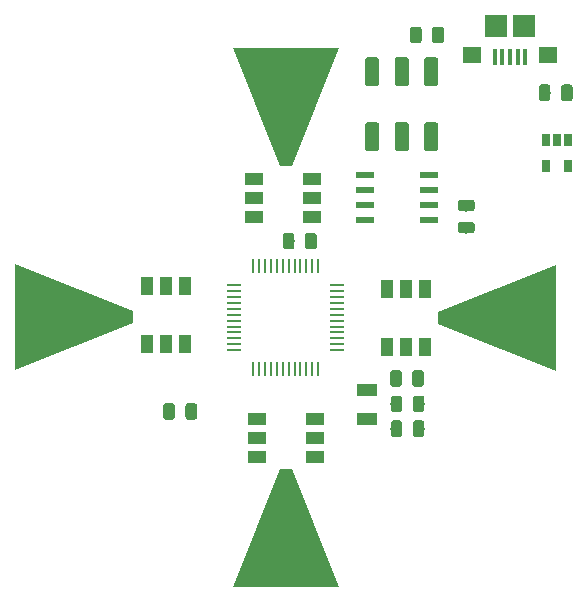
<source format=gbr>
G04 #@! TF.GenerationSoftware,KiCad,Pcbnew,(5.0.1-3-g963ef8bb5)*
G04 #@! TF.CreationDate,2019-03-08T12:42:58-05:00*
G04 #@! TF.ProjectId,badge,62616467652E6B696361645F70636200,rev?*
G04 #@! TF.SameCoordinates,Original*
G04 #@! TF.FileFunction,Paste,Top*
G04 #@! TF.FilePolarity,Positive*
%FSLAX46Y46*%
G04 Gerber Fmt 4.6, Leading zero omitted, Abs format (unit mm)*
G04 Created by KiCad (PCBNEW (5.0.1-3-g963ef8bb5)) date Friday, March 08, 2019 at 12:42:58 PM*
%MOMM*%
%LPD*%
G01*
G04 APERTURE LIST*
%ADD10C,0.100000*%
%ADD11C,0.975000*%
%ADD12R,0.400000X1.350000*%
%ADD13R,1.600000X1.400000*%
%ADD14R,1.900000X1.900000*%
%ADD15R,0.650000X1.060000*%
%ADD16R,1.500000X1.000000*%
%ADD17R,1.000000X1.500000*%
%ADD18C,1.200000*%
%ADD19R,1.300000X0.250000*%
%ADD20R,0.250000X1.300000*%
%ADD21R,1.550000X0.600000*%
%ADD22C,4.642382*%
%ADD23R,1.800000X1.000000*%
G04 APERTURE END LIST*
D10*
G04 #@! TO.C,C7*
G36*
X170710942Y-85871374D02*
X170734603Y-85874884D01*
X170757807Y-85880696D01*
X170780329Y-85888754D01*
X170801953Y-85898982D01*
X170822470Y-85911279D01*
X170841683Y-85925529D01*
X170859407Y-85941593D01*
X170875471Y-85959317D01*
X170889721Y-85978530D01*
X170902018Y-85999047D01*
X170912246Y-86020671D01*
X170920304Y-86043193D01*
X170926116Y-86066397D01*
X170929626Y-86090058D01*
X170930800Y-86113950D01*
X170930800Y-86601450D01*
X170929626Y-86625342D01*
X170926116Y-86649003D01*
X170920304Y-86672207D01*
X170912246Y-86694729D01*
X170902018Y-86716353D01*
X170889721Y-86736870D01*
X170875471Y-86756083D01*
X170859407Y-86773807D01*
X170841683Y-86789871D01*
X170822470Y-86804121D01*
X170801953Y-86816418D01*
X170780329Y-86826646D01*
X170757807Y-86834704D01*
X170734603Y-86840516D01*
X170710942Y-86844026D01*
X170687050Y-86845200D01*
X169774550Y-86845200D01*
X169750658Y-86844026D01*
X169726997Y-86840516D01*
X169703793Y-86834704D01*
X169681271Y-86826646D01*
X169659647Y-86816418D01*
X169639130Y-86804121D01*
X169619917Y-86789871D01*
X169602193Y-86773807D01*
X169586129Y-86756083D01*
X169571879Y-86736870D01*
X169559582Y-86716353D01*
X169549354Y-86694729D01*
X169541296Y-86672207D01*
X169535484Y-86649003D01*
X169531974Y-86625342D01*
X169530800Y-86601450D01*
X169530800Y-86113950D01*
X169531974Y-86090058D01*
X169535484Y-86066397D01*
X169541296Y-86043193D01*
X169549354Y-86020671D01*
X169559582Y-85999047D01*
X169571879Y-85978530D01*
X169586129Y-85959317D01*
X169602193Y-85941593D01*
X169619917Y-85925529D01*
X169639130Y-85911279D01*
X169659647Y-85898982D01*
X169681271Y-85888754D01*
X169703793Y-85880696D01*
X169726997Y-85874884D01*
X169750658Y-85871374D01*
X169774550Y-85870200D01*
X170687050Y-85870200D01*
X170710942Y-85871374D01*
X170710942Y-85871374D01*
G37*
D11*
X170230800Y-86357700D03*
D10*
G36*
X170710942Y-83996374D02*
X170734603Y-83999884D01*
X170757807Y-84005696D01*
X170780329Y-84013754D01*
X170801953Y-84023982D01*
X170822470Y-84036279D01*
X170841683Y-84050529D01*
X170859407Y-84066593D01*
X170875471Y-84084317D01*
X170889721Y-84103530D01*
X170902018Y-84124047D01*
X170912246Y-84145671D01*
X170920304Y-84168193D01*
X170926116Y-84191397D01*
X170929626Y-84215058D01*
X170930800Y-84238950D01*
X170930800Y-84726450D01*
X170929626Y-84750342D01*
X170926116Y-84774003D01*
X170920304Y-84797207D01*
X170912246Y-84819729D01*
X170902018Y-84841353D01*
X170889721Y-84861870D01*
X170875471Y-84881083D01*
X170859407Y-84898807D01*
X170841683Y-84914871D01*
X170822470Y-84929121D01*
X170801953Y-84941418D01*
X170780329Y-84951646D01*
X170757807Y-84959704D01*
X170734603Y-84965516D01*
X170710942Y-84969026D01*
X170687050Y-84970200D01*
X169774550Y-84970200D01*
X169750658Y-84969026D01*
X169726997Y-84965516D01*
X169703793Y-84959704D01*
X169681271Y-84951646D01*
X169659647Y-84941418D01*
X169639130Y-84929121D01*
X169619917Y-84914871D01*
X169602193Y-84898807D01*
X169586129Y-84881083D01*
X169571879Y-84861870D01*
X169559582Y-84841353D01*
X169549354Y-84819729D01*
X169541296Y-84797207D01*
X169535484Y-84774003D01*
X169531974Y-84750342D01*
X169530800Y-84726450D01*
X169530800Y-84238950D01*
X169531974Y-84215058D01*
X169535484Y-84191397D01*
X169541296Y-84168193D01*
X169549354Y-84145671D01*
X169559582Y-84124047D01*
X169571879Y-84103530D01*
X169586129Y-84084317D01*
X169602193Y-84066593D01*
X169619917Y-84050529D01*
X169639130Y-84036279D01*
X169659647Y-84023982D01*
X169681271Y-84013754D01*
X169703793Y-84005696D01*
X169726997Y-83999884D01*
X169750658Y-83996374D01*
X169774550Y-83995200D01*
X170687050Y-83995200D01*
X170710942Y-83996374D01*
X170710942Y-83996374D01*
G37*
D11*
X170230800Y-84482700D03*
G04 #@! TD*
D10*
G04 #@! TO.C,C6*
G36*
X166223142Y-69341674D02*
X166246803Y-69345184D01*
X166270007Y-69350996D01*
X166292529Y-69359054D01*
X166314153Y-69369282D01*
X166334670Y-69381579D01*
X166353883Y-69395829D01*
X166371607Y-69411893D01*
X166387671Y-69429617D01*
X166401921Y-69448830D01*
X166414218Y-69469347D01*
X166424446Y-69490971D01*
X166432504Y-69513493D01*
X166438316Y-69536697D01*
X166441826Y-69560358D01*
X166443000Y-69584250D01*
X166443000Y-70496750D01*
X166441826Y-70520642D01*
X166438316Y-70544303D01*
X166432504Y-70567507D01*
X166424446Y-70590029D01*
X166414218Y-70611653D01*
X166401921Y-70632170D01*
X166387671Y-70651383D01*
X166371607Y-70669107D01*
X166353883Y-70685171D01*
X166334670Y-70699421D01*
X166314153Y-70711718D01*
X166292529Y-70721946D01*
X166270007Y-70730004D01*
X166246803Y-70735816D01*
X166223142Y-70739326D01*
X166199250Y-70740500D01*
X165711750Y-70740500D01*
X165687858Y-70739326D01*
X165664197Y-70735816D01*
X165640993Y-70730004D01*
X165618471Y-70721946D01*
X165596847Y-70711718D01*
X165576330Y-70699421D01*
X165557117Y-70685171D01*
X165539393Y-70669107D01*
X165523329Y-70651383D01*
X165509079Y-70632170D01*
X165496782Y-70611653D01*
X165486554Y-70590029D01*
X165478496Y-70567507D01*
X165472684Y-70544303D01*
X165469174Y-70520642D01*
X165468000Y-70496750D01*
X165468000Y-69584250D01*
X165469174Y-69560358D01*
X165472684Y-69536697D01*
X165478496Y-69513493D01*
X165486554Y-69490971D01*
X165496782Y-69469347D01*
X165509079Y-69448830D01*
X165523329Y-69429617D01*
X165539393Y-69411893D01*
X165557117Y-69395829D01*
X165576330Y-69381579D01*
X165596847Y-69369282D01*
X165618471Y-69359054D01*
X165640993Y-69350996D01*
X165664197Y-69345184D01*
X165687858Y-69341674D01*
X165711750Y-69340500D01*
X166199250Y-69340500D01*
X166223142Y-69341674D01*
X166223142Y-69341674D01*
G37*
D11*
X165955500Y-70040500D03*
D10*
G36*
X168098142Y-69341674D02*
X168121803Y-69345184D01*
X168145007Y-69350996D01*
X168167529Y-69359054D01*
X168189153Y-69369282D01*
X168209670Y-69381579D01*
X168228883Y-69395829D01*
X168246607Y-69411893D01*
X168262671Y-69429617D01*
X168276921Y-69448830D01*
X168289218Y-69469347D01*
X168299446Y-69490971D01*
X168307504Y-69513493D01*
X168313316Y-69536697D01*
X168316826Y-69560358D01*
X168318000Y-69584250D01*
X168318000Y-70496750D01*
X168316826Y-70520642D01*
X168313316Y-70544303D01*
X168307504Y-70567507D01*
X168299446Y-70590029D01*
X168289218Y-70611653D01*
X168276921Y-70632170D01*
X168262671Y-70651383D01*
X168246607Y-70669107D01*
X168228883Y-70685171D01*
X168209670Y-70699421D01*
X168189153Y-70711718D01*
X168167529Y-70721946D01*
X168145007Y-70730004D01*
X168121803Y-70735816D01*
X168098142Y-70739326D01*
X168074250Y-70740500D01*
X167586750Y-70740500D01*
X167562858Y-70739326D01*
X167539197Y-70735816D01*
X167515993Y-70730004D01*
X167493471Y-70721946D01*
X167471847Y-70711718D01*
X167451330Y-70699421D01*
X167432117Y-70685171D01*
X167414393Y-70669107D01*
X167398329Y-70651383D01*
X167384079Y-70632170D01*
X167371782Y-70611653D01*
X167361554Y-70590029D01*
X167353496Y-70567507D01*
X167347684Y-70544303D01*
X167344174Y-70520642D01*
X167343000Y-70496750D01*
X167343000Y-69584250D01*
X167344174Y-69560358D01*
X167347684Y-69536697D01*
X167353496Y-69513493D01*
X167361554Y-69490971D01*
X167371782Y-69469347D01*
X167384079Y-69448830D01*
X167398329Y-69429617D01*
X167414393Y-69411893D01*
X167432117Y-69395829D01*
X167451330Y-69381579D01*
X167471847Y-69369282D01*
X167493471Y-69359054D01*
X167515993Y-69350996D01*
X167539197Y-69345184D01*
X167562858Y-69341674D01*
X167586750Y-69340500D01*
X168074250Y-69340500D01*
X168098142Y-69341674D01*
X168098142Y-69341674D01*
G37*
D11*
X167830500Y-70040500D03*
G04 #@! TD*
D10*
G04 #@! TO.C,C5*
G36*
X166404442Y-98411974D02*
X166428103Y-98415484D01*
X166451307Y-98421296D01*
X166473829Y-98429354D01*
X166495453Y-98439582D01*
X166515970Y-98451879D01*
X166535183Y-98466129D01*
X166552907Y-98482193D01*
X166568971Y-98499917D01*
X166583221Y-98519130D01*
X166595518Y-98539647D01*
X166605746Y-98561271D01*
X166613804Y-98583793D01*
X166619616Y-98606997D01*
X166623126Y-98630658D01*
X166624300Y-98654550D01*
X166624300Y-99567050D01*
X166623126Y-99590942D01*
X166619616Y-99614603D01*
X166613804Y-99637807D01*
X166605746Y-99660329D01*
X166595518Y-99681953D01*
X166583221Y-99702470D01*
X166568971Y-99721683D01*
X166552907Y-99739407D01*
X166535183Y-99755471D01*
X166515970Y-99769721D01*
X166495453Y-99782018D01*
X166473829Y-99792246D01*
X166451307Y-99800304D01*
X166428103Y-99806116D01*
X166404442Y-99809626D01*
X166380550Y-99810800D01*
X165893050Y-99810800D01*
X165869158Y-99809626D01*
X165845497Y-99806116D01*
X165822293Y-99800304D01*
X165799771Y-99792246D01*
X165778147Y-99782018D01*
X165757630Y-99769721D01*
X165738417Y-99755471D01*
X165720693Y-99739407D01*
X165704629Y-99721683D01*
X165690379Y-99702470D01*
X165678082Y-99681953D01*
X165667854Y-99660329D01*
X165659796Y-99637807D01*
X165653984Y-99614603D01*
X165650474Y-99590942D01*
X165649300Y-99567050D01*
X165649300Y-98654550D01*
X165650474Y-98630658D01*
X165653984Y-98606997D01*
X165659796Y-98583793D01*
X165667854Y-98561271D01*
X165678082Y-98539647D01*
X165690379Y-98519130D01*
X165704629Y-98499917D01*
X165720693Y-98482193D01*
X165738417Y-98466129D01*
X165757630Y-98451879D01*
X165778147Y-98439582D01*
X165799771Y-98429354D01*
X165822293Y-98421296D01*
X165845497Y-98415484D01*
X165869158Y-98411974D01*
X165893050Y-98410800D01*
X166380550Y-98410800D01*
X166404442Y-98411974D01*
X166404442Y-98411974D01*
G37*
D11*
X166136800Y-99110800D03*
D10*
G36*
X164529442Y-98411974D02*
X164553103Y-98415484D01*
X164576307Y-98421296D01*
X164598829Y-98429354D01*
X164620453Y-98439582D01*
X164640970Y-98451879D01*
X164660183Y-98466129D01*
X164677907Y-98482193D01*
X164693971Y-98499917D01*
X164708221Y-98519130D01*
X164720518Y-98539647D01*
X164730746Y-98561271D01*
X164738804Y-98583793D01*
X164744616Y-98606997D01*
X164748126Y-98630658D01*
X164749300Y-98654550D01*
X164749300Y-99567050D01*
X164748126Y-99590942D01*
X164744616Y-99614603D01*
X164738804Y-99637807D01*
X164730746Y-99660329D01*
X164720518Y-99681953D01*
X164708221Y-99702470D01*
X164693971Y-99721683D01*
X164677907Y-99739407D01*
X164660183Y-99755471D01*
X164640970Y-99769721D01*
X164620453Y-99782018D01*
X164598829Y-99792246D01*
X164576307Y-99800304D01*
X164553103Y-99806116D01*
X164529442Y-99809626D01*
X164505550Y-99810800D01*
X164018050Y-99810800D01*
X163994158Y-99809626D01*
X163970497Y-99806116D01*
X163947293Y-99800304D01*
X163924771Y-99792246D01*
X163903147Y-99782018D01*
X163882630Y-99769721D01*
X163863417Y-99755471D01*
X163845693Y-99739407D01*
X163829629Y-99721683D01*
X163815379Y-99702470D01*
X163803082Y-99681953D01*
X163792854Y-99660329D01*
X163784796Y-99637807D01*
X163778984Y-99614603D01*
X163775474Y-99590942D01*
X163774300Y-99567050D01*
X163774300Y-98654550D01*
X163775474Y-98630658D01*
X163778984Y-98606997D01*
X163784796Y-98583793D01*
X163792854Y-98561271D01*
X163803082Y-98539647D01*
X163815379Y-98519130D01*
X163829629Y-98499917D01*
X163845693Y-98482193D01*
X163863417Y-98466129D01*
X163882630Y-98451879D01*
X163903147Y-98439582D01*
X163924771Y-98429354D01*
X163947293Y-98421296D01*
X163970497Y-98415484D01*
X163994158Y-98411974D01*
X164018050Y-98410800D01*
X164505550Y-98410800D01*
X164529442Y-98411974D01*
X164529442Y-98411974D01*
G37*
D11*
X164261800Y-99110800D03*
G04 #@! TD*
D10*
G04 #@! TO.C,C4*
G36*
X145331642Y-101218674D02*
X145355303Y-101222184D01*
X145378507Y-101227996D01*
X145401029Y-101236054D01*
X145422653Y-101246282D01*
X145443170Y-101258579D01*
X145462383Y-101272829D01*
X145480107Y-101288893D01*
X145496171Y-101306617D01*
X145510421Y-101325830D01*
X145522718Y-101346347D01*
X145532946Y-101367971D01*
X145541004Y-101390493D01*
X145546816Y-101413697D01*
X145550326Y-101437358D01*
X145551500Y-101461250D01*
X145551500Y-102373750D01*
X145550326Y-102397642D01*
X145546816Y-102421303D01*
X145541004Y-102444507D01*
X145532946Y-102467029D01*
X145522718Y-102488653D01*
X145510421Y-102509170D01*
X145496171Y-102528383D01*
X145480107Y-102546107D01*
X145462383Y-102562171D01*
X145443170Y-102576421D01*
X145422653Y-102588718D01*
X145401029Y-102598946D01*
X145378507Y-102607004D01*
X145355303Y-102612816D01*
X145331642Y-102616326D01*
X145307750Y-102617500D01*
X144820250Y-102617500D01*
X144796358Y-102616326D01*
X144772697Y-102612816D01*
X144749493Y-102607004D01*
X144726971Y-102598946D01*
X144705347Y-102588718D01*
X144684830Y-102576421D01*
X144665617Y-102562171D01*
X144647893Y-102546107D01*
X144631829Y-102528383D01*
X144617579Y-102509170D01*
X144605282Y-102488653D01*
X144595054Y-102467029D01*
X144586996Y-102444507D01*
X144581184Y-102421303D01*
X144577674Y-102397642D01*
X144576500Y-102373750D01*
X144576500Y-101461250D01*
X144577674Y-101437358D01*
X144581184Y-101413697D01*
X144586996Y-101390493D01*
X144595054Y-101367971D01*
X144605282Y-101346347D01*
X144617579Y-101325830D01*
X144631829Y-101306617D01*
X144647893Y-101288893D01*
X144665617Y-101272829D01*
X144684830Y-101258579D01*
X144705347Y-101246282D01*
X144726971Y-101236054D01*
X144749493Y-101227996D01*
X144772697Y-101222184D01*
X144796358Y-101218674D01*
X144820250Y-101217500D01*
X145307750Y-101217500D01*
X145331642Y-101218674D01*
X145331642Y-101218674D01*
G37*
D11*
X145064000Y-101917500D03*
D10*
G36*
X147206642Y-101218674D02*
X147230303Y-101222184D01*
X147253507Y-101227996D01*
X147276029Y-101236054D01*
X147297653Y-101246282D01*
X147318170Y-101258579D01*
X147337383Y-101272829D01*
X147355107Y-101288893D01*
X147371171Y-101306617D01*
X147385421Y-101325830D01*
X147397718Y-101346347D01*
X147407946Y-101367971D01*
X147416004Y-101390493D01*
X147421816Y-101413697D01*
X147425326Y-101437358D01*
X147426500Y-101461250D01*
X147426500Y-102373750D01*
X147425326Y-102397642D01*
X147421816Y-102421303D01*
X147416004Y-102444507D01*
X147407946Y-102467029D01*
X147397718Y-102488653D01*
X147385421Y-102509170D01*
X147371171Y-102528383D01*
X147355107Y-102546107D01*
X147337383Y-102562171D01*
X147318170Y-102576421D01*
X147297653Y-102588718D01*
X147276029Y-102598946D01*
X147253507Y-102607004D01*
X147230303Y-102612816D01*
X147206642Y-102616326D01*
X147182750Y-102617500D01*
X146695250Y-102617500D01*
X146671358Y-102616326D01*
X146647697Y-102612816D01*
X146624493Y-102607004D01*
X146601971Y-102598946D01*
X146580347Y-102588718D01*
X146559830Y-102576421D01*
X146540617Y-102562171D01*
X146522893Y-102546107D01*
X146506829Y-102528383D01*
X146492579Y-102509170D01*
X146480282Y-102488653D01*
X146470054Y-102467029D01*
X146461996Y-102444507D01*
X146456184Y-102421303D01*
X146452674Y-102397642D01*
X146451500Y-102373750D01*
X146451500Y-101461250D01*
X146452674Y-101437358D01*
X146456184Y-101413697D01*
X146461996Y-101390493D01*
X146470054Y-101367971D01*
X146480282Y-101346347D01*
X146492579Y-101325830D01*
X146506829Y-101306617D01*
X146522893Y-101288893D01*
X146540617Y-101272829D01*
X146559830Y-101258579D01*
X146580347Y-101246282D01*
X146601971Y-101236054D01*
X146624493Y-101227996D01*
X146647697Y-101222184D01*
X146671358Y-101218674D01*
X146695250Y-101217500D01*
X147182750Y-101217500D01*
X147206642Y-101218674D01*
X147206642Y-101218674D01*
G37*
D11*
X146939000Y-101917500D03*
G04 #@! TD*
D10*
G04 #@! TO.C,C1*
G36*
X179005142Y-74231174D02*
X179028803Y-74234684D01*
X179052007Y-74240496D01*
X179074529Y-74248554D01*
X179096153Y-74258782D01*
X179116670Y-74271079D01*
X179135883Y-74285329D01*
X179153607Y-74301393D01*
X179169671Y-74319117D01*
X179183921Y-74338330D01*
X179196218Y-74358847D01*
X179206446Y-74380471D01*
X179214504Y-74402993D01*
X179220316Y-74426197D01*
X179223826Y-74449858D01*
X179225000Y-74473750D01*
X179225000Y-75386250D01*
X179223826Y-75410142D01*
X179220316Y-75433803D01*
X179214504Y-75457007D01*
X179206446Y-75479529D01*
X179196218Y-75501153D01*
X179183921Y-75521670D01*
X179169671Y-75540883D01*
X179153607Y-75558607D01*
X179135883Y-75574671D01*
X179116670Y-75588921D01*
X179096153Y-75601218D01*
X179074529Y-75611446D01*
X179052007Y-75619504D01*
X179028803Y-75625316D01*
X179005142Y-75628826D01*
X178981250Y-75630000D01*
X178493750Y-75630000D01*
X178469858Y-75628826D01*
X178446197Y-75625316D01*
X178422993Y-75619504D01*
X178400471Y-75611446D01*
X178378847Y-75601218D01*
X178358330Y-75588921D01*
X178339117Y-75574671D01*
X178321393Y-75558607D01*
X178305329Y-75540883D01*
X178291079Y-75521670D01*
X178278782Y-75501153D01*
X178268554Y-75479529D01*
X178260496Y-75457007D01*
X178254684Y-75433803D01*
X178251174Y-75410142D01*
X178250000Y-75386250D01*
X178250000Y-74473750D01*
X178251174Y-74449858D01*
X178254684Y-74426197D01*
X178260496Y-74402993D01*
X178268554Y-74380471D01*
X178278782Y-74358847D01*
X178291079Y-74338330D01*
X178305329Y-74319117D01*
X178321393Y-74301393D01*
X178339117Y-74285329D01*
X178358330Y-74271079D01*
X178378847Y-74258782D01*
X178400471Y-74248554D01*
X178422993Y-74240496D01*
X178446197Y-74234684D01*
X178469858Y-74231174D01*
X178493750Y-74230000D01*
X178981250Y-74230000D01*
X179005142Y-74231174D01*
X179005142Y-74231174D01*
G37*
D11*
X178737500Y-74930000D03*
D10*
G36*
X177130142Y-74231174D02*
X177153803Y-74234684D01*
X177177007Y-74240496D01*
X177199529Y-74248554D01*
X177221153Y-74258782D01*
X177241670Y-74271079D01*
X177260883Y-74285329D01*
X177278607Y-74301393D01*
X177294671Y-74319117D01*
X177308921Y-74338330D01*
X177321218Y-74358847D01*
X177331446Y-74380471D01*
X177339504Y-74402993D01*
X177345316Y-74426197D01*
X177348826Y-74449858D01*
X177350000Y-74473750D01*
X177350000Y-75386250D01*
X177348826Y-75410142D01*
X177345316Y-75433803D01*
X177339504Y-75457007D01*
X177331446Y-75479529D01*
X177321218Y-75501153D01*
X177308921Y-75521670D01*
X177294671Y-75540883D01*
X177278607Y-75558607D01*
X177260883Y-75574671D01*
X177241670Y-75588921D01*
X177221153Y-75601218D01*
X177199529Y-75611446D01*
X177177007Y-75619504D01*
X177153803Y-75625316D01*
X177130142Y-75628826D01*
X177106250Y-75630000D01*
X176618750Y-75630000D01*
X176594858Y-75628826D01*
X176571197Y-75625316D01*
X176547993Y-75619504D01*
X176525471Y-75611446D01*
X176503847Y-75601218D01*
X176483330Y-75588921D01*
X176464117Y-75574671D01*
X176446393Y-75558607D01*
X176430329Y-75540883D01*
X176416079Y-75521670D01*
X176403782Y-75501153D01*
X176393554Y-75479529D01*
X176385496Y-75457007D01*
X176379684Y-75433803D01*
X176376174Y-75410142D01*
X176375000Y-75386250D01*
X176375000Y-74473750D01*
X176376174Y-74449858D01*
X176379684Y-74426197D01*
X176385496Y-74402993D01*
X176393554Y-74380471D01*
X176403782Y-74358847D01*
X176416079Y-74338330D01*
X176430329Y-74319117D01*
X176446393Y-74301393D01*
X176464117Y-74285329D01*
X176483330Y-74271079D01*
X176503847Y-74258782D01*
X176525471Y-74248554D01*
X176547993Y-74240496D01*
X176571197Y-74234684D01*
X176594858Y-74231174D01*
X176618750Y-74230000D01*
X177106250Y-74230000D01*
X177130142Y-74231174D01*
X177130142Y-74231174D01*
G37*
D11*
X176862500Y-74930000D03*
G04 #@! TD*
D10*
G04 #@! TO.C,C8*
G36*
X155461642Y-86804174D02*
X155485303Y-86807684D01*
X155508507Y-86813496D01*
X155531029Y-86821554D01*
X155552653Y-86831782D01*
X155573170Y-86844079D01*
X155592383Y-86858329D01*
X155610107Y-86874393D01*
X155626171Y-86892117D01*
X155640421Y-86911330D01*
X155652718Y-86931847D01*
X155662946Y-86953471D01*
X155671004Y-86975993D01*
X155676816Y-86999197D01*
X155680326Y-87022858D01*
X155681500Y-87046750D01*
X155681500Y-87959250D01*
X155680326Y-87983142D01*
X155676816Y-88006803D01*
X155671004Y-88030007D01*
X155662946Y-88052529D01*
X155652718Y-88074153D01*
X155640421Y-88094670D01*
X155626171Y-88113883D01*
X155610107Y-88131607D01*
X155592383Y-88147671D01*
X155573170Y-88161921D01*
X155552653Y-88174218D01*
X155531029Y-88184446D01*
X155508507Y-88192504D01*
X155485303Y-88198316D01*
X155461642Y-88201826D01*
X155437750Y-88203000D01*
X154950250Y-88203000D01*
X154926358Y-88201826D01*
X154902697Y-88198316D01*
X154879493Y-88192504D01*
X154856971Y-88184446D01*
X154835347Y-88174218D01*
X154814830Y-88161921D01*
X154795617Y-88147671D01*
X154777893Y-88131607D01*
X154761829Y-88113883D01*
X154747579Y-88094670D01*
X154735282Y-88074153D01*
X154725054Y-88052529D01*
X154716996Y-88030007D01*
X154711184Y-88006803D01*
X154707674Y-87983142D01*
X154706500Y-87959250D01*
X154706500Y-87046750D01*
X154707674Y-87022858D01*
X154711184Y-86999197D01*
X154716996Y-86975993D01*
X154725054Y-86953471D01*
X154735282Y-86931847D01*
X154747579Y-86911330D01*
X154761829Y-86892117D01*
X154777893Y-86874393D01*
X154795617Y-86858329D01*
X154814830Y-86844079D01*
X154835347Y-86831782D01*
X154856971Y-86821554D01*
X154879493Y-86813496D01*
X154902697Y-86807684D01*
X154926358Y-86804174D01*
X154950250Y-86803000D01*
X155437750Y-86803000D01*
X155461642Y-86804174D01*
X155461642Y-86804174D01*
G37*
D11*
X155194000Y-87503000D03*
D10*
G36*
X157336642Y-86804174D02*
X157360303Y-86807684D01*
X157383507Y-86813496D01*
X157406029Y-86821554D01*
X157427653Y-86831782D01*
X157448170Y-86844079D01*
X157467383Y-86858329D01*
X157485107Y-86874393D01*
X157501171Y-86892117D01*
X157515421Y-86911330D01*
X157527718Y-86931847D01*
X157537946Y-86953471D01*
X157546004Y-86975993D01*
X157551816Y-86999197D01*
X157555326Y-87022858D01*
X157556500Y-87046750D01*
X157556500Y-87959250D01*
X157555326Y-87983142D01*
X157551816Y-88006803D01*
X157546004Y-88030007D01*
X157537946Y-88052529D01*
X157527718Y-88074153D01*
X157515421Y-88094670D01*
X157501171Y-88113883D01*
X157485107Y-88131607D01*
X157467383Y-88147671D01*
X157448170Y-88161921D01*
X157427653Y-88174218D01*
X157406029Y-88184446D01*
X157383507Y-88192504D01*
X157360303Y-88198316D01*
X157336642Y-88201826D01*
X157312750Y-88203000D01*
X156825250Y-88203000D01*
X156801358Y-88201826D01*
X156777697Y-88198316D01*
X156754493Y-88192504D01*
X156731971Y-88184446D01*
X156710347Y-88174218D01*
X156689830Y-88161921D01*
X156670617Y-88147671D01*
X156652893Y-88131607D01*
X156636829Y-88113883D01*
X156622579Y-88094670D01*
X156610282Y-88074153D01*
X156600054Y-88052529D01*
X156591996Y-88030007D01*
X156586184Y-88006803D01*
X156582674Y-87983142D01*
X156581500Y-87959250D01*
X156581500Y-87046750D01*
X156582674Y-87022858D01*
X156586184Y-86999197D01*
X156591996Y-86975993D01*
X156600054Y-86953471D01*
X156610282Y-86931847D01*
X156622579Y-86911330D01*
X156636829Y-86892117D01*
X156652893Y-86874393D01*
X156670617Y-86858329D01*
X156689830Y-86844079D01*
X156710347Y-86831782D01*
X156731971Y-86821554D01*
X156754493Y-86813496D01*
X156777697Y-86807684D01*
X156801358Y-86804174D01*
X156825250Y-86803000D01*
X157312750Y-86803000D01*
X157336642Y-86804174D01*
X157336642Y-86804174D01*
G37*
D11*
X157069000Y-87503000D03*
G04 #@! TD*
D10*
G04 #@! TO.C,C3*
G36*
X164582642Y-100570974D02*
X164606303Y-100574484D01*
X164629507Y-100580296D01*
X164652029Y-100588354D01*
X164673653Y-100598582D01*
X164694170Y-100610879D01*
X164713383Y-100625129D01*
X164731107Y-100641193D01*
X164747171Y-100658917D01*
X164761421Y-100678130D01*
X164773718Y-100698647D01*
X164783946Y-100720271D01*
X164792004Y-100742793D01*
X164797816Y-100765997D01*
X164801326Y-100789658D01*
X164802500Y-100813550D01*
X164802500Y-101726050D01*
X164801326Y-101749942D01*
X164797816Y-101773603D01*
X164792004Y-101796807D01*
X164783946Y-101819329D01*
X164773718Y-101840953D01*
X164761421Y-101861470D01*
X164747171Y-101880683D01*
X164731107Y-101898407D01*
X164713383Y-101914471D01*
X164694170Y-101928721D01*
X164673653Y-101941018D01*
X164652029Y-101951246D01*
X164629507Y-101959304D01*
X164606303Y-101965116D01*
X164582642Y-101968626D01*
X164558750Y-101969800D01*
X164071250Y-101969800D01*
X164047358Y-101968626D01*
X164023697Y-101965116D01*
X164000493Y-101959304D01*
X163977971Y-101951246D01*
X163956347Y-101941018D01*
X163935830Y-101928721D01*
X163916617Y-101914471D01*
X163898893Y-101898407D01*
X163882829Y-101880683D01*
X163868579Y-101861470D01*
X163856282Y-101840953D01*
X163846054Y-101819329D01*
X163837996Y-101796807D01*
X163832184Y-101773603D01*
X163828674Y-101749942D01*
X163827500Y-101726050D01*
X163827500Y-100813550D01*
X163828674Y-100789658D01*
X163832184Y-100765997D01*
X163837996Y-100742793D01*
X163846054Y-100720271D01*
X163856282Y-100698647D01*
X163868579Y-100678130D01*
X163882829Y-100658917D01*
X163898893Y-100641193D01*
X163916617Y-100625129D01*
X163935830Y-100610879D01*
X163956347Y-100598582D01*
X163977971Y-100588354D01*
X164000493Y-100580296D01*
X164023697Y-100574484D01*
X164047358Y-100570974D01*
X164071250Y-100569800D01*
X164558750Y-100569800D01*
X164582642Y-100570974D01*
X164582642Y-100570974D01*
G37*
D11*
X164315000Y-101269800D03*
D10*
G36*
X166457642Y-100570974D02*
X166481303Y-100574484D01*
X166504507Y-100580296D01*
X166527029Y-100588354D01*
X166548653Y-100598582D01*
X166569170Y-100610879D01*
X166588383Y-100625129D01*
X166606107Y-100641193D01*
X166622171Y-100658917D01*
X166636421Y-100678130D01*
X166648718Y-100698647D01*
X166658946Y-100720271D01*
X166667004Y-100742793D01*
X166672816Y-100765997D01*
X166676326Y-100789658D01*
X166677500Y-100813550D01*
X166677500Y-101726050D01*
X166676326Y-101749942D01*
X166672816Y-101773603D01*
X166667004Y-101796807D01*
X166658946Y-101819329D01*
X166648718Y-101840953D01*
X166636421Y-101861470D01*
X166622171Y-101880683D01*
X166606107Y-101898407D01*
X166588383Y-101914471D01*
X166569170Y-101928721D01*
X166548653Y-101941018D01*
X166527029Y-101951246D01*
X166504507Y-101959304D01*
X166481303Y-101965116D01*
X166457642Y-101968626D01*
X166433750Y-101969800D01*
X165946250Y-101969800D01*
X165922358Y-101968626D01*
X165898697Y-101965116D01*
X165875493Y-101959304D01*
X165852971Y-101951246D01*
X165831347Y-101941018D01*
X165810830Y-101928721D01*
X165791617Y-101914471D01*
X165773893Y-101898407D01*
X165757829Y-101880683D01*
X165743579Y-101861470D01*
X165731282Y-101840953D01*
X165721054Y-101819329D01*
X165712996Y-101796807D01*
X165707184Y-101773603D01*
X165703674Y-101749942D01*
X165702500Y-101726050D01*
X165702500Y-100813550D01*
X165703674Y-100789658D01*
X165707184Y-100765997D01*
X165712996Y-100742793D01*
X165721054Y-100720271D01*
X165731282Y-100698647D01*
X165743579Y-100678130D01*
X165757829Y-100658917D01*
X165773893Y-100641193D01*
X165791617Y-100625129D01*
X165810830Y-100610879D01*
X165831347Y-100598582D01*
X165852971Y-100588354D01*
X165875493Y-100580296D01*
X165898697Y-100574484D01*
X165922358Y-100570974D01*
X165946250Y-100569800D01*
X166433750Y-100569800D01*
X166457642Y-100570974D01*
X166457642Y-100570974D01*
G37*
D11*
X166190000Y-101269800D03*
G04 #@! TD*
D10*
G04 #@! TO.C,C2*
G36*
X166457542Y-102679174D02*
X166481203Y-102682684D01*
X166504407Y-102688496D01*
X166526929Y-102696554D01*
X166548553Y-102706782D01*
X166569070Y-102719079D01*
X166588283Y-102733329D01*
X166606007Y-102749393D01*
X166622071Y-102767117D01*
X166636321Y-102786330D01*
X166648618Y-102806847D01*
X166658846Y-102828471D01*
X166666904Y-102850993D01*
X166672716Y-102874197D01*
X166676226Y-102897858D01*
X166677400Y-102921750D01*
X166677400Y-103834250D01*
X166676226Y-103858142D01*
X166672716Y-103881803D01*
X166666904Y-103905007D01*
X166658846Y-103927529D01*
X166648618Y-103949153D01*
X166636321Y-103969670D01*
X166622071Y-103988883D01*
X166606007Y-104006607D01*
X166588283Y-104022671D01*
X166569070Y-104036921D01*
X166548553Y-104049218D01*
X166526929Y-104059446D01*
X166504407Y-104067504D01*
X166481203Y-104073316D01*
X166457542Y-104076826D01*
X166433650Y-104078000D01*
X165946150Y-104078000D01*
X165922258Y-104076826D01*
X165898597Y-104073316D01*
X165875393Y-104067504D01*
X165852871Y-104059446D01*
X165831247Y-104049218D01*
X165810730Y-104036921D01*
X165791517Y-104022671D01*
X165773793Y-104006607D01*
X165757729Y-103988883D01*
X165743479Y-103969670D01*
X165731182Y-103949153D01*
X165720954Y-103927529D01*
X165712896Y-103905007D01*
X165707084Y-103881803D01*
X165703574Y-103858142D01*
X165702400Y-103834250D01*
X165702400Y-102921750D01*
X165703574Y-102897858D01*
X165707084Y-102874197D01*
X165712896Y-102850993D01*
X165720954Y-102828471D01*
X165731182Y-102806847D01*
X165743479Y-102786330D01*
X165757729Y-102767117D01*
X165773793Y-102749393D01*
X165791517Y-102733329D01*
X165810730Y-102719079D01*
X165831247Y-102706782D01*
X165852871Y-102696554D01*
X165875393Y-102688496D01*
X165898597Y-102682684D01*
X165922258Y-102679174D01*
X165946150Y-102678000D01*
X166433650Y-102678000D01*
X166457542Y-102679174D01*
X166457542Y-102679174D01*
G37*
D11*
X166189900Y-103378000D03*
D10*
G36*
X164582542Y-102679174D02*
X164606203Y-102682684D01*
X164629407Y-102688496D01*
X164651929Y-102696554D01*
X164673553Y-102706782D01*
X164694070Y-102719079D01*
X164713283Y-102733329D01*
X164731007Y-102749393D01*
X164747071Y-102767117D01*
X164761321Y-102786330D01*
X164773618Y-102806847D01*
X164783846Y-102828471D01*
X164791904Y-102850993D01*
X164797716Y-102874197D01*
X164801226Y-102897858D01*
X164802400Y-102921750D01*
X164802400Y-103834250D01*
X164801226Y-103858142D01*
X164797716Y-103881803D01*
X164791904Y-103905007D01*
X164783846Y-103927529D01*
X164773618Y-103949153D01*
X164761321Y-103969670D01*
X164747071Y-103988883D01*
X164731007Y-104006607D01*
X164713283Y-104022671D01*
X164694070Y-104036921D01*
X164673553Y-104049218D01*
X164651929Y-104059446D01*
X164629407Y-104067504D01*
X164606203Y-104073316D01*
X164582542Y-104076826D01*
X164558650Y-104078000D01*
X164071150Y-104078000D01*
X164047258Y-104076826D01*
X164023597Y-104073316D01*
X164000393Y-104067504D01*
X163977871Y-104059446D01*
X163956247Y-104049218D01*
X163935730Y-104036921D01*
X163916517Y-104022671D01*
X163898793Y-104006607D01*
X163882729Y-103988883D01*
X163868479Y-103969670D01*
X163856182Y-103949153D01*
X163845954Y-103927529D01*
X163837896Y-103905007D01*
X163832084Y-103881803D01*
X163828574Y-103858142D01*
X163827400Y-103834250D01*
X163827400Y-102921750D01*
X163828574Y-102897858D01*
X163832084Y-102874197D01*
X163837896Y-102850993D01*
X163845954Y-102828471D01*
X163856182Y-102806847D01*
X163868479Y-102786330D01*
X163882729Y-102767117D01*
X163898793Y-102749393D01*
X163916517Y-102733329D01*
X163935730Y-102719079D01*
X163956247Y-102706782D01*
X163977871Y-102696554D01*
X164000393Y-102688496D01*
X164023597Y-102682684D01*
X164047258Y-102679174D01*
X164071150Y-102678000D01*
X164558650Y-102678000D01*
X164582542Y-102679174D01*
X164582542Y-102679174D01*
G37*
D11*
X164314900Y-103378000D03*
G04 #@! TD*
D12*
G04 #@! TO.C,J1*
X175220000Y-71939000D03*
X174570000Y-71939000D03*
X173920000Y-71939000D03*
X173270000Y-71939000D03*
X172620000Y-71939000D03*
D13*
X177120000Y-71714000D03*
X170720000Y-71714000D03*
D14*
X175120000Y-69264000D03*
X172720000Y-69264000D03*
G04 #@! TD*
D15*
G04 #@! TO.C,U2*
X178877000Y-78910000D03*
X177927000Y-78910000D03*
X176977000Y-78910000D03*
X176977000Y-81110000D03*
X178877000Y-81110000D03*
G04 #@! TD*
D16*
G04 #@! TO.C,U7*
X152236000Y-82220000D03*
X152236000Y-83820000D03*
X152236000Y-85420000D03*
X157136000Y-82220000D03*
X157136000Y-83820000D03*
X157136000Y-85420000D03*
G04 #@! TD*
D17*
G04 #@! TO.C,U3*
X166700000Y-91530000D03*
X165100000Y-91530000D03*
X163500000Y-91530000D03*
X166700000Y-96430000D03*
X165100000Y-96430000D03*
X163500000Y-96430000D03*
G04 #@! TD*
D16*
G04 #@! TO.C,U4*
X157390000Y-105740000D03*
X157390000Y-104140000D03*
X157390000Y-102540000D03*
X152490000Y-105740000D03*
X152490000Y-104140000D03*
X152490000Y-102540000D03*
G04 #@! TD*
D17*
G04 #@! TO.C,U5*
X143180000Y-96176000D03*
X144780000Y-96176000D03*
X146380000Y-96176000D03*
X143180000Y-91276000D03*
X144780000Y-91276000D03*
X146380000Y-91276000D03*
G04 #@! TD*
D10*
G04 #@! TO.C,SW1*
G36*
X167588405Y-77403445D02*
X167617527Y-77407764D01*
X167646085Y-77414918D01*
X167673805Y-77424836D01*
X167700419Y-77437424D01*
X167725671Y-77452559D01*
X167749318Y-77470097D01*
X167771132Y-77489868D01*
X167790903Y-77511682D01*
X167808441Y-77535329D01*
X167823576Y-77560581D01*
X167836164Y-77587195D01*
X167846082Y-77614915D01*
X167853236Y-77643473D01*
X167857555Y-77672595D01*
X167859000Y-77702000D01*
X167859000Y-79602000D01*
X167857555Y-79631405D01*
X167853236Y-79660527D01*
X167846082Y-79689085D01*
X167836164Y-79716805D01*
X167823576Y-79743419D01*
X167808441Y-79768671D01*
X167790903Y-79792318D01*
X167771132Y-79814132D01*
X167749318Y-79833903D01*
X167725671Y-79851441D01*
X167700419Y-79866576D01*
X167673805Y-79879164D01*
X167646085Y-79889082D01*
X167617527Y-79896236D01*
X167588405Y-79900555D01*
X167559000Y-79902000D01*
X166959000Y-79902000D01*
X166929595Y-79900555D01*
X166900473Y-79896236D01*
X166871915Y-79889082D01*
X166844195Y-79879164D01*
X166817581Y-79866576D01*
X166792329Y-79851441D01*
X166768682Y-79833903D01*
X166746868Y-79814132D01*
X166727097Y-79792318D01*
X166709559Y-79768671D01*
X166694424Y-79743419D01*
X166681836Y-79716805D01*
X166671918Y-79689085D01*
X166664764Y-79660527D01*
X166660445Y-79631405D01*
X166659000Y-79602000D01*
X166659000Y-77702000D01*
X166660445Y-77672595D01*
X166664764Y-77643473D01*
X166671918Y-77614915D01*
X166681836Y-77587195D01*
X166694424Y-77560581D01*
X166709559Y-77535329D01*
X166727097Y-77511682D01*
X166746868Y-77489868D01*
X166768682Y-77470097D01*
X166792329Y-77452559D01*
X166817581Y-77437424D01*
X166844195Y-77424836D01*
X166871915Y-77414918D01*
X166900473Y-77407764D01*
X166929595Y-77403445D01*
X166959000Y-77402000D01*
X167559000Y-77402000D01*
X167588405Y-77403445D01*
X167588405Y-77403445D01*
G37*
D18*
X167259000Y-78652000D03*
D10*
G36*
X165088405Y-77403445D02*
X165117527Y-77407764D01*
X165146085Y-77414918D01*
X165173805Y-77424836D01*
X165200419Y-77437424D01*
X165225671Y-77452559D01*
X165249318Y-77470097D01*
X165271132Y-77489868D01*
X165290903Y-77511682D01*
X165308441Y-77535329D01*
X165323576Y-77560581D01*
X165336164Y-77587195D01*
X165346082Y-77614915D01*
X165353236Y-77643473D01*
X165357555Y-77672595D01*
X165359000Y-77702000D01*
X165359000Y-79602000D01*
X165357555Y-79631405D01*
X165353236Y-79660527D01*
X165346082Y-79689085D01*
X165336164Y-79716805D01*
X165323576Y-79743419D01*
X165308441Y-79768671D01*
X165290903Y-79792318D01*
X165271132Y-79814132D01*
X165249318Y-79833903D01*
X165225671Y-79851441D01*
X165200419Y-79866576D01*
X165173805Y-79879164D01*
X165146085Y-79889082D01*
X165117527Y-79896236D01*
X165088405Y-79900555D01*
X165059000Y-79902000D01*
X164459000Y-79902000D01*
X164429595Y-79900555D01*
X164400473Y-79896236D01*
X164371915Y-79889082D01*
X164344195Y-79879164D01*
X164317581Y-79866576D01*
X164292329Y-79851441D01*
X164268682Y-79833903D01*
X164246868Y-79814132D01*
X164227097Y-79792318D01*
X164209559Y-79768671D01*
X164194424Y-79743419D01*
X164181836Y-79716805D01*
X164171918Y-79689085D01*
X164164764Y-79660527D01*
X164160445Y-79631405D01*
X164159000Y-79602000D01*
X164159000Y-77702000D01*
X164160445Y-77672595D01*
X164164764Y-77643473D01*
X164171918Y-77614915D01*
X164181836Y-77587195D01*
X164194424Y-77560581D01*
X164209559Y-77535329D01*
X164227097Y-77511682D01*
X164246868Y-77489868D01*
X164268682Y-77470097D01*
X164292329Y-77452559D01*
X164317581Y-77437424D01*
X164344195Y-77424836D01*
X164371915Y-77414918D01*
X164400473Y-77407764D01*
X164429595Y-77403445D01*
X164459000Y-77402000D01*
X165059000Y-77402000D01*
X165088405Y-77403445D01*
X165088405Y-77403445D01*
G37*
D18*
X164759000Y-78652000D03*
D10*
G36*
X162588405Y-77403445D02*
X162617527Y-77407764D01*
X162646085Y-77414918D01*
X162673805Y-77424836D01*
X162700419Y-77437424D01*
X162725671Y-77452559D01*
X162749318Y-77470097D01*
X162771132Y-77489868D01*
X162790903Y-77511682D01*
X162808441Y-77535329D01*
X162823576Y-77560581D01*
X162836164Y-77587195D01*
X162846082Y-77614915D01*
X162853236Y-77643473D01*
X162857555Y-77672595D01*
X162859000Y-77702000D01*
X162859000Y-79602000D01*
X162857555Y-79631405D01*
X162853236Y-79660527D01*
X162846082Y-79689085D01*
X162836164Y-79716805D01*
X162823576Y-79743419D01*
X162808441Y-79768671D01*
X162790903Y-79792318D01*
X162771132Y-79814132D01*
X162749318Y-79833903D01*
X162725671Y-79851441D01*
X162700419Y-79866576D01*
X162673805Y-79879164D01*
X162646085Y-79889082D01*
X162617527Y-79896236D01*
X162588405Y-79900555D01*
X162559000Y-79902000D01*
X161959000Y-79902000D01*
X161929595Y-79900555D01*
X161900473Y-79896236D01*
X161871915Y-79889082D01*
X161844195Y-79879164D01*
X161817581Y-79866576D01*
X161792329Y-79851441D01*
X161768682Y-79833903D01*
X161746868Y-79814132D01*
X161727097Y-79792318D01*
X161709559Y-79768671D01*
X161694424Y-79743419D01*
X161681836Y-79716805D01*
X161671918Y-79689085D01*
X161664764Y-79660527D01*
X161660445Y-79631405D01*
X161659000Y-79602000D01*
X161659000Y-77702000D01*
X161660445Y-77672595D01*
X161664764Y-77643473D01*
X161671918Y-77614915D01*
X161681836Y-77587195D01*
X161694424Y-77560581D01*
X161709559Y-77535329D01*
X161727097Y-77511682D01*
X161746868Y-77489868D01*
X161768682Y-77470097D01*
X161792329Y-77452559D01*
X161817581Y-77437424D01*
X161844195Y-77424836D01*
X161871915Y-77414918D01*
X161900473Y-77407764D01*
X161929595Y-77403445D01*
X161959000Y-77402000D01*
X162559000Y-77402000D01*
X162588405Y-77403445D01*
X162588405Y-77403445D01*
G37*
D18*
X162259000Y-78652000D03*
D10*
G36*
X162588405Y-71903445D02*
X162617527Y-71907764D01*
X162646085Y-71914918D01*
X162673805Y-71924836D01*
X162700419Y-71937424D01*
X162725671Y-71952559D01*
X162749318Y-71970097D01*
X162771132Y-71989868D01*
X162790903Y-72011682D01*
X162808441Y-72035329D01*
X162823576Y-72060581D01*
X162836164Y-72087195D01*
X162846082Y-72114915D01*
X162853236Y-72143473D01*
X162857555Y-72172595D01*
X162859000Y-72202000D01*
X162859000Y-74102000D01*
X162857555Y-74131405D01*
X162853236Y-74160527D01*
X162846082Y-74189085D01*
X162836164Y-74216805D01*
X162823576Y-74243419D01*
X162808441Y-74268671D01*
X162790903Y-74292318D01*
X162771132Y-74314132D01*
X162749318Y-74333903D01*
X162725671Y-74351441D01*
X162700419Y-74366576D01*
X162673805Y-74379164D01*
X162646085Y-74389082D01*
X162617527Y-74396236D01*
X162588405Y-74400555D01*
X162559000Y-74402000D01*
X161959000Y-74402000D01*
X161929595Y-74400555D01*
X161900473Y-74396236D01*
X161871915Y-74389082D01*
X161844195Y-74379164D01*
X161817581Y-74366576D01*
X161792329Y-74351441D01*
X161768682Y-74333903D01*
X161746868Y-74314132D01*
X161727097Y-74292318D01*
X161709559Y-74268671D01*
X161694424Y-74243419D01*
X161681836Y-74216805D01*
X161671918Y-74189085D01*
X161664764Y-74160527D01*
X161660445Y-74131405D01*
X161659000Y-74102000D01*
X161659000Y-72202000D01*
X161660445Y-72172595D01*
X161664764Y-72143473D01*
X161671918Y-72114915D01*
X161681836Y-72087195D01*
X161694424Y-72060581D01*
X161709559Y-72035329D01*
X161727097Y-72011682D01*
X161746868Y-71989868D01*
X161768682Y-71970097D01*
X161792329Y-71952559D01*
X161817581Y-71937424D01*
X161844195Y-71924836D01*
X161871915Y-71914918D01*
X161900473Y-71907764D01*
X161929595Y-71903445D01*
X161959000Y-71902000D01*
X162559000Y-71902000D01*
X162588405Y-71903445D01*
X162588405Y-71903445D01*
G37*
D18*
X162259000Y-73152000D03*
D10*
G36*
X167588405Y-71903445D02*
X167617527Y-71907764D01*
X167646085Y-71914918D01*
X167673805Y-71924836D01*
X167700419Y-71937424D01*
X167725671Y-71952559D01*
X167749318Y-71970097D01*
X167771132Y-71989868D01*
X167790903Y-72011682D01*
X167808441Y-72035329D01*
X167823576Y-72060581D01*
X167836164Y-72087195D01*
X167846082Y-72114915D01*
X167853236Y-72143473D01*
X167857555Y-72172595D01*
X167859000Y-72202000D01*
X167859000Y-74102000D01*
X167857555Y-74131405D01*
X167853236Y-74160527D01*
X167846082Y-74189085D01*
X167836164Y-74216805D01*
X167823576Y-74243419D01*
X167808441Y-74268671D01*
X167790903Y-74292318D01*
X167771132Y-74314132D01*
X167749318Y-74333903D01*
X167725671Y-74351441D01*
X167700419Y-74366576D01*
X167673805Y-74379164D01*
X167646085Y-74389082D01*
X167617527Y-74396236D01*
X167588405Y-74400555D01*
X167559000Y-74402000D01*
X166959000Y-74402000D01*
X166929595Y-74400555D01*
X166900473Y-74396236D01*
X166871915Y-74389082D01*
X166844195Y-74379164D01*
X166817581Y-74366576D01*
X166792329Y-74351441D01*
X166768682Y-74333903D01*
X166746868Y-74314132D01*
X166727097Y-74292318D01*
X166709559Y-74268671D01*
X166694424Y-74243419D01*
X166681836Y-74216805D01*
X166671918Y-74189085D01*
X166664764Y-74160527D01*
X166660445Y-74131405D01*
X166659000Y-74102000D01*
X166659000Y-72202000D01*
X166660445Y-72172595D01*
X166664764Y-72143473D01*
X166671918Y-72114915D01*
X166681836Y-72087195D01*
X166694424Y-72060581D01*
X166709559Y-72035329D01*
X166727097Y-72011682D01*
X166746868Y-71989868D01*
X166768682Y-71970097D01*
X166792329Y-71952559D01*
X166817581Y-71937424D01*
X166844195Y-71924836D01*
X166871915Y-71914918D01*
X166900473Y-71907764D01*
X166929595Y-71903445D01*
X166959000Y-71902000D01*
X167559000Y-71902000D01*
X167588405Y-71903445D01*
X167588405Y-71903445D01*
G37*
D18*
X167259000Y-73152000D03*
D10*
G36*
X165088405Y-71903445D02*
X165117527Y-71907764D01*
X165146085Y-71914918D01*
X165173805Y-71924836D01*
X165200419Y-71937424D01*
X165225671Y-71952559D01*
X165249318Y-71970097D01*
X165271132Y-71989868D01*
X165290903Y-72011682D01*
X165308441Y-72035329D01*
X165323576Y-72060581D01*
X165336164Y-72087195D01*
X165346082Y-72114915D01*
X165353236Y-72143473D01*
X165357555Y-72172595D01*
X165359000Y-72202000D01*
X165359000Y-74102000D01*
X165357555Y-74131405D01*
X165353236Y-74160527D01*
X165346082Y-74189085D01*
X165336164Y-74216805D01*
X165323576Y-74243419D01*
X165308441Y-74268671D01*
X165290903Y-74292318D01*
X165271132Y-74314132D01*
X165249318Y-74333903D01*
X165225671Y-74351441D01*
X165200419Y-74366576D01*
X165173805Y-74379164D01*
X165146085Y-74389082D01*
X165117527Y-74396236D01*
X165088405Y-74400555D01*
X165059000Y-74402000D01*
X164459000Y-74402000D01*
X164429595Y-74400555D01*
X164400473Y-74396236D01*
X164371915Y-74389082D01*
X164344195Y-74379164D01*
X164317581Y-74366576D01*
X164292329Y-74351441D01*
X164268682Y-74333903D01*
X164246868Y-74314132D01*
X164227097Y-74292318D01*
X164209559Y-74268671D01*
X164194424Y-74243419D01*
X164181836Y-74216805D01*
X164171918Y-74189085D01*
X164164764Y-74160527D01*
X164160445Y-74131405D01*
X164159000Y-74102000D01*
X164159000Y-72202000D01*
X164160445Y-72172595D01*
X164164764Y-72143473D01*
X164171918Y-72114915D01*
X164181836Y-72087195D01*
X164194424Y-72060581D01*
X164209559Y-72035329D01*
X164227097Y-72011682D01*
X164246868Y-71989868D01*
X164268682Y-71970097D01*
X164292329Y-71952559D01*
X164317581Y-71937424D01*
X164344195Y-71924836D01*
X164371915Y-71914918D01*
X164400473Y-71907764D01*
X164429595Y-71903445D01*
X164459000Y-71902000D01*
X165059000Y-71902000D01*
X165088405Y-71903445D01*
X165088405Y-71903445D01*
G37*
D18*
X164759000Y-73152000D03*
G04 #@! TD*
D19*
G04 #@! TO.C,U1*
X150590000Y-91230000D03*
X150590000Y-91730000D03*
X150590000Y-92230000D03*
X150590000Y-92730000D03*
X150590000Y-93230000D03*
X150590000Y-93730000D03*
X150590000Y-94230000D03*
X150590000Y-94730000D03*
X150590000Y-95230000D03*
X150590000Y-95730000D03*
X150590000Y-96230000D03*
X150590000Y-96730000D03*
D20*
X152190000Y-98330000D03*
X152690000Y-98330000D03*
X153190000Y-98330000D03*
X153690000Y-98330000D03*
X154190000Y-98330000D03*
X154690000Y-98330000D03*
X155190000Y-98330000D03*
X155690000Y-98330000D03*
X156190000Y-98330000D03*
X156690000Y-98330000D03*
X157190000Y-98330000D03*
X157690000Y-98330000D03*
D19*
X159290000Y-96730000D03*
X159290000Y-96230000D03*
X159290000Y-95730000D03*
X159290000Y-95230000D03*
X159290000Y-94730000D03*
X159290000Y-94230000D03*
X159290000Y-93730000D03*
X159290000Y-93230000D03*
X159290000Y-92730000D03*
X159290000Y-92230000D03*
X159290000Y-91730000D03*
X159290000Y-91230000D03*
D20*
X157690000Y-89630000D03*
X157190000Y-89630000D03*
X156690000Y-89630000D03*
X156190000Y-89630000D03*
X155690000Y-89630000D03*
X155190000Y-89630000D03*
X154690000Y-89630000D03*
X154190000Y-89630000D03*
X153690000Y-89630000D03*
X153190000Y-89630000D03*
X152690000Y-89630000D03*
X152190000Y-89630000D03*
G04 #@! TD*
D21*
G04 #@! TO.C,U6*
X161638000Y-81915000D03*
X161638000Y-83185000D03*
X161638000Y-84455000D03*
X161638000Y-85725000D03*
X167038000Y-85725000D03*
X167038000Y-84455000D03*
X167038000Y-83185000D03*
X167038000Y-81915000D03*
G04 #@! TD*
D22*
G04 #@! TO.C,B3*
X136982200Y-93929200D03*
D10*
G36*
X131982200Y-89429200D02*
X141982200Y-93429200D01*
X141982200Y-94429200D01*
X131982200Y-98429200D01*
X131982200Y-89429200D01*
X131982200Y-89429200D01*
G37*
G04 #@! TD*
D22*
G04 #@! TO.C,B4*
X154940000Y-111785400D03*
D10*
G36*
X150440000Y-116785400D02*
X154440000Y-106785400D01*
X155440000Y-106785400D01*
X159440000Y-116785400D01*
X150440000Y-116785400D01*
X150440000Y-116785400D01*
G37*
G04 #@! TD*
D22*
G04 #@! TO.C,B2*
X172796200Y-94005400D03*
D10*
G36*
X177796200Y-98505400D02*
X167796200Y-94505400D01*
X167796200Y-93505400D01*
X177796200Y-89505400D01*
X177796200Y-98505400D01*
X177796200Y-98505400D01*
G37*
G04 #@! TD*
D22*
G04 #@! TO.C,B1*
X154940000Y-76174600D03*
D10*
G36*
X159440000Y-71174600D02*
X155440000Y-81174600D01*
X154440000Y-81174600D01*
X150440000Y-71174600D01*
X159440000Y-71174600D01*
X159440000Y-71174600D01*
G37*
G04 #@! TD*
D23*
G04 #@! TO.C,Y1*
X161798000Y-100096000D03*
X161798000Y-102596000D03*
G04 #@! TD*
M02*

</source>
